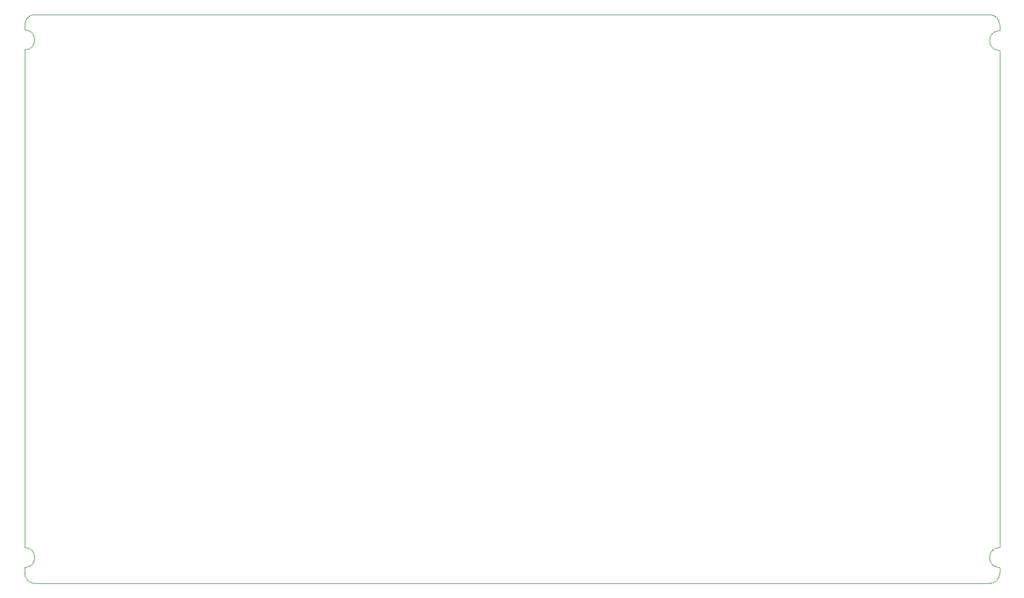
<source format=gbr>
%TF.GenerationSoftware,KiCad,Pcbnew,7.99.0-957-g18dd623122*%
%TF.CreationDate,2023-08-21T12:25:08-07:00*%
%TF.ProjectId,ESC_Carrier,4553435f-4361-4727-9269-65722e6b6963,rev?*%
%TF.SameCoordinates,Original*%
%TF.FileFunction,Profile,NP*%
%FSLAX46Y46*%
G04 Gerber Fmt 4.6, Leading zero omitted, Abs format (unit mm)*
G04 Created by KiCad (PCBNEW 7.99.0-957-g18dd623122) date 2023-08-21 12:25:08*
%MOMM*%
%LPD*%
G01*
G04 APERTURE LIST*
%TA.AperFunction,Profile*%
%ADD10C,0.100000*%
%TD*%
G04 APERTURE END LIST*
D10*
X167000001Y-26957393D02*
X167000001Y-30157393D01*
X165400000Y-19800000D02*
X165500000Y-19800000D01*
X163800000Y-19800000D02*
X165400000Y-19800000D01*
X144500000Y-19800000D02*
X163800000Y-19800000D01*
X122100000Y-19800000D02*
X144500000Y-19800000D01*
X105000000Y-19800000D02*
X122100000Y-19800000D01*
X82500000Y-19800000D02*
X105000000Y-19800000D01*
X54600000Y-19800000D02*
X82500000Y-19800000D01*
X28400000Y-19800000D02*
X54600000Y-19800000D01*
X21800000Y-19800000D02*
X28400000Y-19800000D01*
X167000001Y-66457393D02*
X167000000Y-98200000D01*
X165200000Y-105400000D02*
X165500000Y-105400000D01*
X156700000Y-105400000D02*
X165200000Y-105400000D01*
X122800000Y-105400000D02*
X156700000Y-105400000D01*
X167000001Y-26957393D02*
X166999999Y-25200000D01*
X20300000Y-103900000D02*
G75*
G03*
X21800000Y-105400000I1500000J0D01*
G01*
X20300000Y-21300000D02*
X20300000Y-22100000D01*
X21800000Y-105400000D02*
X25300000Y-105400000D01*
X165500000Y-105400000D02*
G75*
G03*
X167000000Y-103900000I0J1500000D01*
G01*
X20300000Y-103000000D02*
G75*
G03*
X20300000Y-100000000I0J1500000D01*
G01*
X166999999Y-22200000D02*
G75*
G03*
X166999999Y-25200000I0J-1500000D01*
G01*
X166999999Y-22200000D02*
X166999999Y-21300000D01*
X20300000Y-70100000D02*
X20300000Y-56600000D01*
X167000000Y-98200000D02*
X167000000Y-100000000D01*
X167000000Y-103000000D02*
X167000000Y-103900000D01*
X167000001Y-66457393D02*
X167000001Y-38557393D01*
X167000000Y-100000000D02*
G75*
G03*
X167000000Y-103000000I0J-1500000D01*
G01*
X20300000Y-44100000D02*
X20300000Y-25100000D01*
X21800000Y-19800000D02*
G75*
G03*
X20300000Y-21300000I0J-1500000D01*
G01*
X167000001Y-30157393D02*
X167000001Y-38557393D01*
X20300000Y-103900000D02*
X20300000Y-103000000D01*
X20300000Y-25100000D02*
G75*
G03*
X20300000Y-22100000I0J1500000D01*
G01*
X20300000Y-56600000D02*
X20300000Y-44100000D01*
X20300000Y-100000000D02*
X20300000Y-70100000D01*
X25300000Y-105400000D02*
X60200000Y-105400000D01*
X166999999Y-21300000D02*
G75*
G03*
X165500000Y-19800000I-1500000J0D01*
G01*
X96300000Y-105400000D02*
X122800000Y-105400000D01*
X60200000Y-105400000D02*
X96300000Y-105400000D01*
M02*

</source>
